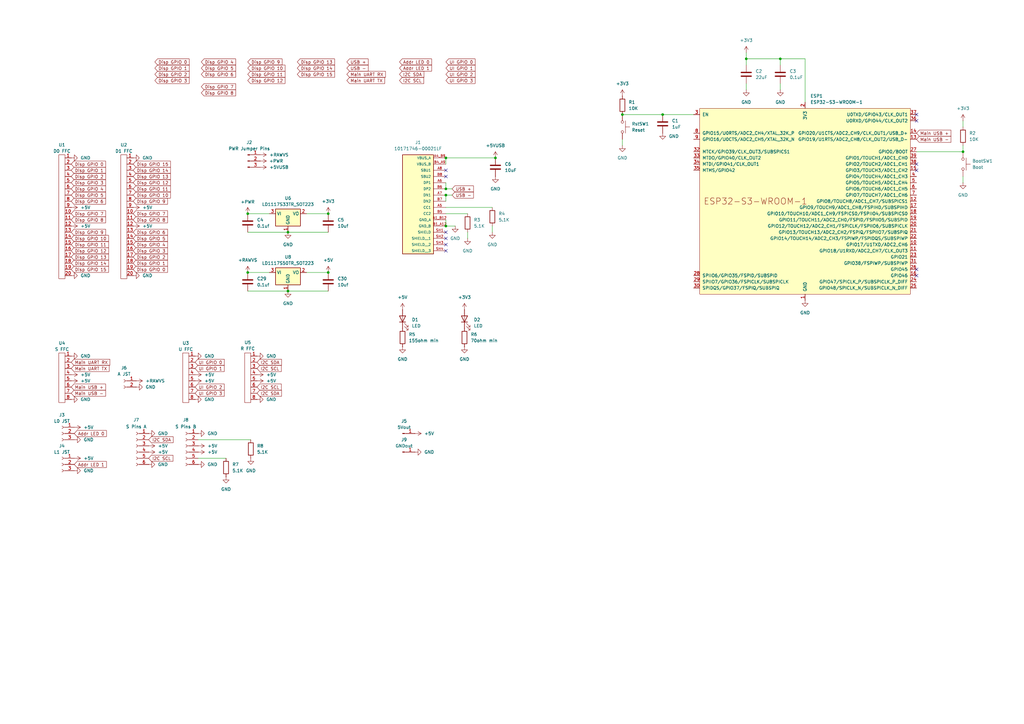
<source format=kicad_sch>
(kicad_sch (version 20231120) (generator "eeschema") (generator_version "8.0")
  (paper "A3")
  (lib_symbols
    (symbol "Connector:Conn_01x01_Pin" (pin_names (offset 1.016) hide)
      (property "Reference" "J" (at 0 2.54 0))
      (property "Value" "Conn_01x01_Pin" (at 0 -2.54 0))
      (symbol "Conn_01x01_Pin_1_1"
        (pin passive line (at 5.08 0 180) (length 3.81) (name "Pin_1") (number "1"))
      )
    )
    (symbol "Connector:Conn_01x02_Socket" (pin_names (offset 1.016) hide)
      (property "Reference" "J" (at 0 2.54 0))
      (property "Value" "Conn_01x02_Socket" (at 0 -5.08 0))
      (symbol "Conn_01x02_Socket_1_1"
        (pin passive line (at -5.08 0 0) (length 3.81) (name "Pin_1") (number "1"))
        (pin passive line (at -5.08 -2.54 0) (length 3.81) (name "Pin_2") (number "2"))
      )
    )
    (symbol "Connector:Conn_01x03_Pin" (pin_names (offset 1.016) hide)
      (property "Reference" "J" (at 0 5.08 0))
      (property "Value" "Conn_01x03_Pin" (at 0 -5.08 0))
      (symbol "Conn_01x03_Pin_1_1"
        (pin passive line (at 5.08 2.54 180) (length 3.81) (name "Pin_1") (number "1"))
        (pin passive line (at 5.08 0 180) (length 3.81) (name "Pin_2") (number "2"))
        (pin passive line (at 5.08 -2.54 180) (length 3.81) (name "Pin_3") (number "3"))
      )
    )
    (symbol "Connector:Conn_01x03_Socket" (pin_names (offset 1.016) hide)
      (property "Reference" "J" (at 0 5.08 0))
      (property "Value" "Conn_01x03_Socket" (at 0 -5.08 0))
      (symbol "Conn_01x03_Socket_1_1"
        (pin passive line (at -5.08 2.54 0) (length 3.81) (name "Pin_1") (number "1"))
        (pin passive line (at -5.08 0 0) (length 3.81) (name "Pin_2") (number "2"))
        (pin passive line (at -5.08 -2.54 0) (length 3.81) (name "Pin_3") (number "3"))
      )
    )
    (symbol "Connector:Conn_01x06_Socket" (pin_names (offset 1.016) hide)
      (property "Reference" "J" (at 0 7.62 0))
      (property "Value" "Conn_01x06_Socket" (at 0 -10.16 0))
      (symbol "Conn_01x06_Socket_1_1"
        (pin passive line (at -5.08 5.08 0) (length 3.81) (name "Pin_1") (number "1"))
        (pin passive line (at -5.08 2.54 0) (length 3.81) (name "Pin_2") (number "2"))
        (pin passive line (at -5.08 0 0) (length 3.81) (name "Pin_3") (number "3"))
        (pin passive line (at -5.08 -2.54 0) (length 3.81) (name "Pin_4") (number "4"))
        (pin passive line (at -5.08 -5.08 0) (length 3.81) (name "Pin_5") (number "5"))
        (pin passive line (at -5.08 -7.62 0) (length 3.81) (name "Pin_6") (number "6"))
      )
    )
    (symbol "Device:C" (pin_numbers hide) (pin_names (offset 0.254))
      (property "Reference" "C" (at 0.635 2.54 0))
      (property "Value" "C" (at 0.635 -2.54 0))
      (symbol "C_1_1"
        (pin passive line (at 0 3.81 270) (length 2.794) (name "~") (number "1"))
        (pin passive line (at 0 -3.81 90) (length 2.794) (name "~") (number "2"))
      )
    )
    (symbol "Device:LED" (pin_numbers hide) (pin_names (offset 1.016) hide)
      (property "Reference" "D" (at 0 2.54 0))
      (property "Value" "LED" (at 0 -2.54 0))
      (symbol "LED_1_1"
        (pin passive line (at -3.81 0 0) (length 2.54) (name "K") (number "1"))
        (pin passive line (at 3.81 0 180) (length 2.54) (name "A") (number "2"))
      )
    )
    (symbol "Device:R" (pin_numbers hide) (pin_names (offset 0))
      (property "Reference" "R" (at 2.032 0 90))
      (property "Value" "R" (at 0 0 90))
      (symbol "R_1_1"
        (pin passive line (at 0 3.81 270) (length 1.27) (name "~") (number "1"))
        (pin passive line (at 0 -3.81 90) (length 1.27) (name "~") (number "2"))
      )
    )
    (symbol "FFC:FFC-20"
      (property "Reference" "U" (at 0 26.924 0))
      (symbol "FFC-20_1_1"
        (pin input line (at 3.81 24.13 180) (length 2.54) (name "") (number "1"))
        (pin input line (at 3.81 1.27 180) (length 2.54) (name "") (number "10"))
        (pin input line (at 3.81 -1.27 180) (length 2.54) (name "") (number "11"))
        (pin input line (at 3.81 -3.81 180) (length 2.54) (name "") (number "12"))
        (pin input line (at 3.81 -6.35 180) (length 2.54) (name "") (number "13"))
        (pin input line (at 3.81 -8.89 180) (length 2.54) (name "") (number "14"))
        (pin input line (at 3.81 -11.43 180) (length 2.54) (name "") (number "15"))
        (pin input line (at 3.81 -13.97 180) (length 2.54) (name "") (number "16"))
        (pin input line (at 3.81 -16.51 180) (length 2.54) (name "") (number "17"))
        (pin input line (at 3.81 -19.05 180) (length 2.54) (name "") (number "18"))
        (pin input line (at 3.81 -21.59 180) (length 2.54) (name "") (number "19"))
        (pin input line (at 3.81 21.59 180) (length 2.54) (name "") (number "2"))
        (pin input line (at 3.81 -24.13 180) (length 2.54) (name "") (number "20"))
        (pin input line (at 3.81 19.05 180) (length 2.54) (name "") (number "3"))
        (pin input line (at 3.81 16.51 180) (length 2.54) (name "") (number "4"))
        (pin input line (at 3.81 13.97 180) (length 2.54) (name "") (number "5"))
        (pin input line (at 3.81 11.43 180) (length 2.54) (name "") (number "6"))
        (pin input line (at 3.81 8.89 180) (length 2.54) (name "") (number "7"))
        (pin input line (at 3.81 6.35 180) (length 2.54) (name "") (number "8"))
        (pin input line (at 3.81 3.81 180) (length 2.54) (name "") (number "9"))
      )
    )
    (symbol "FFC:FFC-8"
      (property "Reference" "U" (at 0 11.684 0))
      (symbol "FFC-8_1_1"
        (pin input line (at 3.81 8.89 180) (length 2.54) (name "") (number "1"))
        (pin input line (at 3.81 6.35 180) (length 2.54) (name "") (number "2"))
        (pin input line (at 3.81 3.81 180) (length 2.54) (name "") (number "3"))
        (pin input line (at 3.81 1.27 180) (length 2.54) (name "") (number "4"))
        (pin input line (at 3.81 -1.27 180) (length 2.54) (name "") (number "5"))
        (pin input line (at 3.81 -3.81 180) (length 2.54) (name "") (number "6"))
        (pin input line (at 3.81 -6.35 180) (length 2.54) (name "") (number "7"))
        (pin input line (at 3.81 -8.89 180) (length 2.54) (name "") (number "8"))
      )
    )
    (symbol "PCM_Espressif:ESP32-S3-WROOM-1" (pin_names (offset 1.016))
      (property "Reference" "U" (at -43.18 43.18 0))
      (property "Value" "ESP32-S3-WROOM-1" (at -43.18 40.64 0))
      (symbol "ESP32-S3-WROOM-1_0_0"
        (text "ESP32-S3-WROOM-1" (at -20.32 0 0) (effects (font (size 2.54 2.54))))
        (pin power_in line (at 0 -40.64 90) (length 2.54) (name "GND") (number "1"))
        (pin bidirectional line (at 45.72 -17.78 180) (length 2.54) (name "GPIO17/U1TXD/ADC2_CH6") (number "10"))
        (pin bidirectional line (at 45.72 -20.32 180) (length 2.54) (name "GPIO18/U1RXD/ADC2_CH7/CLK_OUT3") (number "11"))
        (pin bidirectional line (at 45.72 0 180) (length 2.54) (name "GPIO8/TOUCH8/ADC1_CH7/SUBSPICS1") (number "12"))
        (pin bidirectional line (at 45.72 25.4 180) (length 2.54) (name "GPIO19/U1RTS/ADC2_CH8/CLK_OUT2/USB_D-") (number "13"))
        (pin bidirectional line (at 45.72 27.94 180) (length 2.54) (name "GPIO20/U1CTS/ADC2_CH9/CLK_OUT1/USB_D+") (number "14"))
        (pin bidirectional line (at 45.72 12.7 180) (length 2.54) (name "GPIO3/TOUCH3/ADC1_CH2") (number "15"))
        (pin bidirectional line (at 45.72 -30.48 180) (length 2.54) (name "GPIO46") (number "16"))
        (pin bidirectional line (at 45.72 -2.54 180) (length 2.54) (name "GPIO9/TOUCH9/ADC1_CH8/FSPIHD/SUBSPIHD") (number "17"))
        (pin bidirectional line (at 45.72 -5.08 180) (length 2.54) (name "GPIO10/TOUCH10/ADC1_CH9/FSPICS0/FSPIIO4/SUBSPICS0") (number "18"))
        (pin bidirectional line (at 45.72 -7.62 180) (length 2.54) (name "GPIO11/TOUCH11/ADC2_CH0/FSPID/FSPIIO5/SUBSPID") (number "19"))
        (pin power_in line (at 0 40.64 270) (length 2.54) (name "3V3") (number "2"))
        (pin bidirectional line (at 45.72 -10.16 180) (length 2.54) (name "GPIO12/TOUCH12/ADC2_CH1/FSPICLK/FSPIIO6/SUBSPICLK") (number "20"))
        (pin bidirectional line (at 45.72 -12.7 180) (length 2.54) (name "GPIO13/TOUCH13/ADC2_CH2/FSPIQ/FSPIIO7/SUBSPIQ") (number "21"))
        (pin bidirectional line (at 45.72 -15.24 180) (length 2.54) (name "GPIO14/TOUCH14/ADC2_CH3/FSPIWP/FSPIDQS/SUBSPIWP") (number "22"))
        (pin bidirectional line (at 45.72 -22.86 180) (length 2.54) (name "GPIO21") (number "23"))
        (pin bidirectional line (at 45.72 -33.02 180) (length 2.54) (name "GPIO47/SPICLK_P/SUBSPICLK_P_DIFF") (number "24"))
        (pin bidirectional line (at 45.72 -35.56 180) (length 2.54) (name "GPIO48/SPICLK_N/SUBSPICLK_N_DIFF") (number "25"))
        (pin bidirectional line (at 45.72 -27.94 180) (length 2.54) (name "GPIO45") (number "26"))
        (pin bidirectional line (at 45.72 20.32 180) (length 2.54) (name "GPIO0/BOOT") (number "27"))
        (pin bidirectional line (at -45.72 -30.48 0) (length 2.54) (name "SPIIO6/GPIO35/FSPID/SUBSPID") (number "28"))
        (pin bidirectional line (at -45.72 -33.02 0) (length 2.54) (name "SPIIO7/GPIO36/FSPICLK/SUBSPICLK") (number "29"))
        (pin input line (at -45.72 35.56 0) (length 2.54) (name "EN") (number "3"))
        (pin bidirectional line (at -45.72 -35.56 0) (length 2.54) (name "SPIDQS/GPIO37/FSPIQ/SUBSPIQ") (number "30"))
        (pin bidirectional line (at 45.72 -25.4 180) (length 2.54) (name "GPIO38/FSPIWP/SUBSPIWP") (number "31"))
        (pin bidirectional line (at -45.72 20.32 0) (length 2.54) (name "MTCK/GPIO39/CLK_OUT3/SUBSPICS1") (number "32"))
        (pin bidirectional line (at -45.72 17.78 0) (length 2.54) (name "MTDO/GPIO40/CLK_OUT2") (number "33"))
        (pin bidirectional line (at -45.72 15.24 0) (length 2.54) (name "MTDI/GPIO41/CLK_OUT1") (number "34"))
        (pin bidirectional line (at -45.72 12.7 0) (length 2.54) (name "MTMS/GPIO42") (number "35"))
        (pin bidirectional line (at 45.72 33.02 180) (length 2.54) (name "U0RXD/GPIO44/CLK_OUT2") (number "36"))
        (pin bidirectional line (at 45.72 35.56 180) (length 2.54) (name "U0TXD/GPIO43/CLK_OUT1") (number "37"))
        (pin bidirectional line (at 45.72 15.24 180) (length 2.54) (name "GPIO2/TOUCH2/ADC1_CH1") (number "38"))
        (pin bidirectional line (at 45.72 17.78 180) (length 2.54) (name "GPIO1/TOUCH1/ADC1_CH0") (number "39"))
        (pin bidirectional line (at 45.72 10.16 180) (length 2.54) (name "GPIO4/TOUCH4/ADC1_CH3") (number "4"))
        (pin passive line (at 0 -40.64 90) (length 2.54) hide (name "GND") (number "40"))
        (pin passive line (at 0 -40.64 90) (length 2.54) hide (name "GND") (number "41"))
        (pin bidirectional line (at 45.72 7.62 180) (length 2.54) (name "GPIO5/TOUCH5/ADC1_CH4") (number "5"))
        (pin bidirectional line (at 45.72 5.08 180) (length 2.54) (name "GPIO6/TOUCH6/ADC1_CH5") (number "6"))
        (pin bidirectional line (at 45.72 2.54 180) (length 2.54) (name "GPIO7/TOUCH7/ADC1_CH6") (number "7"))
        (pin bidirectional line (at -45.72 27.94 0) (length 2.54) (name "GPIO15/U0RTS/ADC2_CH4/XTAL_32K_P") (number "8"))
        (pin bidirectional line (at -45.72 25.4 0) (length 2.54) (name "GPIO16/U0CTS/ADC2_CH5/XTAL_32K_N") (number "9"))
      )
    )
    (symbol "Regulator_Linear:LD1117S33TR_SOT223"
      (property "Reference" "U" (at -3.81 3.175 0))
      (property "Value" "LD1117S33TR_SOT223" (at 0 3.175 0))
      (symbol "LD1117S33TR_SOT223_1_1"
        (pin power_in line (at 0 -7.62 90) (length 2.54) (name "GND") (number "1"))
        (pin power_out line (at 7.62 0 180) (length 2.54) (name "VO") (number "2"))
        (pin power_in line (at -7.62 0 0) (length 2.54) (name "VI") (number "3"))
      )
    )
    (symbol "Regulator_Linear:LD1117S50TR_SOT223"
      (property "Reference" "U" (at -3.81 3.175 0))
      (property "Value" "LD1117S50TR_SOT223" (at 0 3.175 0))
      (symbol "LD1117S50TR_SOT223_1_1"
        (pin power_in line (at 0 -7.62 90) (length 2.54) (name "GND") (number "1"))
        (pin power_out line (at 7.62 0 180) (length 2.54) (name "VO") (number "2"))
        (pin power_in line (at -7.62 0 0) (length 2.54) (name "VI") (number "3"))
      )
    )
    (symbol "Switch:SW_Push" (pin_numbers hide) (pin_names (offset 1.016) hide)
      (property "Reference" "SW" (at 1.27 2.54 0))
      (property "Value" "SW_Push" (at 0 -1.524 0))
      (symbol "SW_Push_0_1"
        (pin passive line (at -5.08 0 0) (length 2.54) (name "1") (number "1"))
        (pin passive line (at 5.08 0 180) (length 2.54) (name "2") (number "2"))
      )
    )
    (symbol "USBC_10171746_00021LF:10171746-00021LF" (pin_names (offset 1.016))
      (property "Reference" "J2" (at 0 17.78 0))
      (property "Value" "10171746-00021LF" (at 0 15.24 0))
      (symbol "10171746-00021LF_0_0"
        (pin power_in line (at 11.43 -13.97 180) (length 5.08) (name "GND_A") (number "A1_B12"))
        (pin power_in line (at 11.43 11.43 180) (length 5.08) (name "VBUS_A") (number "A4_B9"))
        (pin bidirectional line (at 11.43 -8.89 180) (length 5.08) (name "CC1") (number "A5"))
        (pin bidirectional line (at 11.43 1.27 180) (length 5.08) (name "DP1") (number "A6"))
        (pin bidirectional line (at 11.43 -3.81 180) (length 5.08) (name "DN1") (number "A7"))
        (pin bidirectional line (at 11.43 6.35 180) (length 5.08) (name "SBU1") (number "A8"))
        (pin power_in line (at 11.43 -16.51 180) (length 5.08) (name "GND_B") (number "B1_A12"))
        (pin power_in line (at 11.43 8.89 180) (length 5.08) (name "VBUS_B") (number "B4_A9"))
        (pin bidirectional line (at 11.43 -11.43 180) (length 5.08) (name "CC2") (number "B5"))
        (pin bidirectional line (at 11.43 -1.27 180) (length 5.08) (name "DP2") (number "B6"))
        (pin bidirectional line (at 11.43 -6.35 180) (length 5.08) (name "DN2") (number "B7"))
        (pin bidirectional line (at 11.43 3.81 180) (length 5.08) (name "SBU2") (number "B8"))
        (pin passive line (at 11.43 -19.05 180) (length 5.08) (name "SHIELD") (number "SH1"))
        (pin passive line (at 11.43 -21.59 180) (length 5.08) (name "SHIELD__1") (number "SH2"))
        (pin passive line (at 11.43 -24.13 180) (length 5.08) (name "SHIELD__2") (number "SH3"))
        (pin passive line (at 11.43 -26.67 180) (length 5.08) (name "SHIELD__3") (number "SH4"))
      )
    )
    (symbol "power:+3V3" (power) (pin_numbers hide) (pin_names (offset 0) hide)
      (property "Value" "+3V3" (at 0 3.556 0))
      (symbol "+3V3_1_1"
        (pin power_in line (at 0 0 90) (length 0) (name "~") (number "1"))
      )
    )
    (symbol "power:+5V" (power) (pin_numbers hide) (pin_names (offset 0) hide)
      (property "Value" "+5V" (at 0 3.556 0))
      (symbol "+5V_1_1"
        (pin power_in line (at 0 0 90) (length 0) (name "~") (number "1"))
      )
    )
    (symbol "power:+5VP" (power) (pin_numbers hide) (pin_names (offset 0) hide)
      (property "Value" "+5VP" (at 0 3.556 0))
      (symbol "+5VP_1_1"
        (pin power_in line (at 0 0 90) (length 0) (name "~") (number "1"))
      )
    )
    (symbol "power:GND" (power) (pin_numbers hide) (pin_names (offset 0) hide)
      (property "Value" "GND" (at 0 -3.81 0))
      (symbol "GND_1_1"
        (pin power_in line (at 0 0 270) (length 0) (name "~") (number "1"))
      )
    )
  )
  (junction (at 134.62 87.63))
  (junction (at 271.78 46.99))
  (junction (at 134.62 111.76))
  (junction (at 306.07 24.13))
  (junction (at 182.88 80.01))
  (junction (at 182.88 77.47))
  (junction (at 394.97 62.23))
  (junction (at 182.88 92.71))
  (junction (at 182.88 64.77))
  (junction (at 101.6 87.63))
  (junction (at 118.11 95.25))
  (junction (at 203.2 64.77))
  (junction (at 320.04 24.13))
  (junction (at 118.11 119.38))
  (junction (at 101.6 111.76))
  (junction (at 255.27 46.99))
  (no_connect (at 182.88 69.85))
  (no_connect (at 375.92 46.99))
  (no_connect (at 182.88 72.39))
  (no_connect (at 375.92 69.85))
  (no_connect (at 182.88 100.33))
  (no_connect (at 375.92 67.31))
  (no_connect (at 375.92 110.49))
  (no_connect (at 182.88 97.79))
  (no_connect (at 375.92 49.53))
  (no_connect (at 182.88 102.87))
  (no_connect (at 375.92 113.03))
  (no_connect (at 182.88 95.25))
  (wire (pts (xy 306.07 21.59) (xy 306.07 24.13)))
  (wire (pts (xy 201.93 92.71) (xy 201.93 95.25)))
  (wire (pts (xy 81.28 187.96) (xy 92.71 187.96)))
  (wire (pts (xy 182.88 74.93) (xy 182.88 77.47)))
  (wire (pts (xy 186.69 92.71) (xy 182.88 92.71)))
  (wire (pts (xy 182.88 64.77) (xy 203.2 64.77)))
  (wire (pts (xy 320.04 34.29) (xy 320.04 36.83)))
  (wire (pts (xy 394.97 49.53) (xy 394.97 52.07)))
  (wire (pts (xy 375.92 62.23) (xy 394.97 62.23)))
  (wire (pts (xy 255.27 59.69) (xy 255.27 57.15)))
  (wire (pts (xy 394.97 59.69) (xy 394.97 62.23)))
  (wire (pts (xy 182.88 92.71) (xy 182.88 90.17)))
  (wire (pts (xy 125.73 111.76) (xy 134.62 111.76)))
  (wire (pts (xy 306.07 24.13) (xy 306.07 26.67)))
  (wire (pts (xy 118.11 95.25) (xy 134.62 95.25)))
  (wire (pts (xy 306.07 24.13) (xy 320.04 24.13)))
  (wire (pts (xy 330.2 24.13) (xy 330.2 41.91)))
  (wire (pts (xy 185.42 80.01) (xy 182.88 80.01)))
  (wire (pts (xy 182.88 87.63) (xy 191.77 87.63)))
  (wire (pts (xy 118.11 119.38) (xy 134.62 119.38)))
  (wire (pts (xy 101.6 87.63) (xy 110.49 87.63)))
  (wire (pts (xy 271.78 46.99) (xy 284.48 46.99)))
  (wire (pts (xy 101.6 95.25) (xy 118.11 95.25)))
  (wire (pts (xy 101.6 119.38) (xy 118.11 119.38)))
  (wire (pts (xy 182.88 85.09) (xy 201.93 85.09)))
  (wire (pts (xy 255.27 46.99) (xy 271.78 46.99)))
  (wire (pts (xy 394.97 74.93) (xy 394.97 72.39)))
  (wire (pts (xy 185.42 77.47) (xy 182.88 77.47)))
  (wire (pts (xy 182.88 67.31) (xy 182.88 64.77)))
  (wire (pts (xy 320.04 24.13) (xy 330.2 24.13)))
  (wire (pts (xy 306.07 34.29) (xy 306.07 36.83)))
  (wire (pts (xy 101.6 111.76) (xy 110.49 111.76)))
  (wire (pts (xy 320.04 24.13) (xy 320.04 26.67)))
  (wire (pts (xy 81.28 180.34) (xy 102.87 180.34)))
  (wire (pts (xy 191.77 95.25) (xy 191.77 97.79)))
  (wire (pts (xy 125.73 87.63) (xy 134.62 87.63)))
  (wire (pts (xy 182.88 80.01) (xy 182.88 82.55)))
  (global_label "Disp GPIO 6" (shape input) (at 29.21 82.55 0) (property "Intersheetrefs" "${INTERSHEET_REFS}" (effects (hide yes))))
  (global_label "Disp GPIO 6" (shape input) (at 54.61 95.25 0) (property "Intersheetrefs" "${INTERSHEET_REFS}" (effects (hide yes))))
  (global_label "Disp GPIO 10" (shape input) (at 29.21 97.79 0) (property "Intersheetrefs" "${INTERSHEET_REFS}" (effects (hide yes))))
  (global_label "Addr LED 1" (shape input) (at 163.83 27.94 0) (property "Intersheetrefs" "${INTERSHEET_REFS}" (effects (hide yes))))
  (global_label "Disp GPIO 5" (shape input) (at 54.61 97.79 0) (property "Intersheetrefs" "${INTERSHEET_REFS}" (effects (hide yes))))
  (global_label "Disp GPIO 3" (shape input) (at 29.21 74.93 0) (property "Intersheetrefs" "${INTERSHEET_REFS}" (effects (hide yes))))
  (global_label "Disp GPIO 0" (shape input) (at 29.21 67.31 0) (property "Intersheetrefs" "${INTERSHEET_REFS}" (effects (hide yes))))
  (global_label "Disp GPIO 9" (shape input) (at 29.21 95.25 0) (property "Intersheetrefs" "${INTERSHEET_REFS}" (effects (hide yes))))
  (global_label "Disp GPIO 0" (shape input) (at 63.5 25.4 0) (property "Intersheetrefs" "${INTERSHEET_REFS}" (effects (hide yes))))
  (global_label "UI GPIO 3" (shape input) (at 182.88 33.02 0) (property "Intersheetrefs" "${INTERSHEET_REFS}" (effects (hide yes))))
  (global_label "Addr LED 0" (shape input) (at 30.48 177.8 0) (property "Intersheetrefs" "${INTERSHEET_REFS}" (effects (hide yes))))
  (global_label "Disp GPIO 12" (shape input) (at 29.21 102.87 0) (property "Intersheetrefs" "${INTERSHEET_REFS}" (effects (hide yes))))
  (global_label "Disp GPIO 1" (shape input) (at 29.21 69.85 0) (property "Intersheetrefs" "${INTERSHEET_REFS}" (effects (hide yes))))
  (global_label "Disp GPIO 3" (shape input) (at 54.61 102.87 0) (property "Intersheetrefs" "${INTERSHEET_REFS}" (effects (hide yes))))
  (global_label "Disp GPIO 15" (shape input) (at 29.21 110.49 0) (property "Intersheetrefs" "${INTERSHEET_REFS}" (effects (hide yes))))
  (global_label "Disp GPIO 10" (shape input) (at 54.61 80.01 0) (property "Intersheetrefs" "${INTERSHEET_REFS}" (effects (hide yes))))
  (global_label "Disp GPIO 12" (shape input) (at 54.61 74.93 0) (property "Intersheetrefs" "${INTERSHEET_REFS}" (effects (hide yes))))
  (global_label "Disp GPIO 7" (shape input) (at 82.55 35.56 0) (property "Intersheetrefs" "${INTERSHEET_REFS}" (effects (hide yes))))
  (global_label "Disp GPIO 1" (shape input) (at 54.61 107.95 0) (property "Intersheetrefs" "${INTERSHEET_REFS}" (effects (hide yes))))
  (global_label "USB -" (shape input) (at 142.24 27.94 0) (property "Intersheetrefs" "${INTERSHEET_REFS}" (effects (hide yes))))
  (global_label "Main USB -" (shape input) (at 29.21 161.29 0) (property "Intersheetrefs" "${INTERSHEET_REFS}" (effects (hide yes))))
  (global_label "Disp GPIO 4" (shape input) (at 82.55 25.4 0) (property "Intersheetrefs" "${INTERSHEET_REFS}" (effects (hide yes))))
  (global_label "Disp GPIO 5" (shape input) (at 29.21 80.01 0) (property "Intersheetrefs" "${INTERSHEET_REFS}" (effects (hide yes))))
  (global_label "UI GPIO 0" (shape input) (at 182.88 25.4 0) (property "Intersheetrefs" "${INTERSHEET_REFS}" (effects (hide yes))))
  (global_label "Disp GPIO 11" (shape input) (at 29.21 100.33 0) (property "Intersheetrefs" "${INTERSHEET_REFS}" (effects (hide yes))))
  (global_label "I2C SDA" (shape input) (at 60.96 180.34 0) (property "Intersheetrefs" "${INTERSHEET_REFS}" (effects (hide yes))))
  (global_label "I2C SCL" (shape input) (at 60.96 187.96 0) (property "Intersheetrefs" "${INTERSHEET_REFS}" (effects (hide yes))))
  (global_label "UI GPIO 2" (shape input) (at 80.01 158.75 0) (property "Intersheetrefs" "${INTERSHEET_REFS}" (effects (hide yes))))
  (global_label "Disp GPIO 2" (shape input) (at 63.5 30.48 0) (property "Intersheetrefs" "${INTERSHEET_REFS}" (effects (hide yes))))
  (global_label "USB +" (shape input) (at 185.42 77.47 0) (property "Intersheetrefs" "${INTERSHEET_REFS}" (effects (hide yes))))
  (global_label "Disp GPIO 9" (shape input) (at 54.61 82.55 0) (property "Intersheetrefs" "${INTERSHEET_REFS}" (effects (hide yes))))
  (global_label "Disp GPIO 6" (shape input) (at 82.55 30.48 0) (property "Intersheetrefs" "${INTERSHEET_REFS}" (effects (hide yes))))
  (global_label "Disp GPIO 9" (shape input) (at 101.6 25.4 0) (property "Intersheetrefs" "${INTERSHEET_REFS}" (effects (hide yes))))
  (global_label "I2C SDA" (shape input) (at 105.41 161.29 0) (property "Intersheetrefs" "${INTERSHEET_REFS}" (effects (hide yes))))
  (global_label "Disp GPIO 2" (shape input) (at 29.21 72.39 0) (property "Intersheetrefs" "${INTERSHEET_REFS}" (effects (hide yes))))
  (global_label "Disp GPIO 14" (shape input) (at 54.61 69.85 0) (property "Intersheetrefs" "${INTERSHEET_REFS}" (effects (hide yes))))
  (global_label "UI GPIO 0" (shape input) (at 80.01 148.59 0) (property "Intersheetrefs" "${INTERSHEET_REFS}" (effects (hide yes))))
  (global_label "Disp GPIO 3" (shape input) (at 63.5 33.02 0) (property "Intersheetrefs" "${INTERSHEET_REFS}" (effects (hide yes))))
  (global_label "I2C SDA" (shape input) (at 163.83 30.48 0) (property "Intersheetrefs" "${INTERSHEET_REFS}" (effects (hide yes))))
  (global_label "Addr LED 1" (shape input) (at 30.48 190.5 0) (property "Intersheetrefs" "${INTERSHEET_REFS}" (effects (hide yes))))
  (global_label "Main USB +" (shape input) (at 375.92 54.61 0) (property "Intersheetrefs" "${INTERSHEET_REFS}" (effects (hide yes))))
  (global_label "Main UART RX" (shape input) (at 29.21 148.59 0) (property "Intersheetrefs" "${INTERSHEET_REFS}" (effects (hide yes))))
  (global_label "Disp GPIO 4" (shape input) (at 29.21 77.47 0) (property "Intersheetrefs" "${INTERSHEET_REFS}" (effects (hide yes))))
  (global_label "I2C SDA" (shape input) (at 105.41 148.59 0) (property "Intersheetrefs" "${INTERSHEET_REFS}" (effects (hide yes))))
  (global_label "Main UART TX" (shape input) (at 29.21 151.13 0) (property "Intersheetrefs" "${INTERSHEET_REFS}" (effects (hide yes))))
  (global_label "Disp GPIO 10" (shape input) (at 101.6 27.94 0) (property "Intersheetrefs" "${INTERSHEET_REFS}" (effects (hide yes))))
  (global_label "I2C SCL" (shape input) (at 163.83 33.02 0) (property "Intersheetrefs" "${INTERSHEET_REFS}" (effects (hide yes))))
  (global_label "Disp GPIO 1" (shape input) (at 63.5 27.94 0) (property "Intersheetrefs" "${INTERSHEET_REFS}" (effects (hide yes))))
  (global_label "UI GPIO 3" (shape input) (at 80.01 161.29 0) (property "Intersheetrefs" "${INTERSHEET_REFS}" (effects (hide yes))))
  (global_label "Disp GPIO 2" (shape input) (at 54.61 105.41 0) (property "Intersheetrefs" "${INTERSHEET_REFS}" (effects (hide yes))))
  (global_label "UI GPIO 1" (shape input) (at 182.88 27.94 0) (property "Intersheetrefs" "${INTERSHEET_REFS}" (effects (hide yes))))
  (global_label "Disp GPIO 15" (shape input) (at 121.92 30.48 0) (property "Intersheetrefs" "${INTERSHEET_REFS}" (effects (hide yes))))
  (global_label "I2C SCL" (shape input) (at 105.41 151.13 0) (property "Intersheetrefs" "${INTERSHEET_REFS}" (effects (hide yes))))
  (global_label "Main UART RX" (shape input) (at 142.24 30.48 0) (property "Intersheetrefs" "${INTERSHEET_REFS}" (effects (hide yes))))
  (global_label "UI GPIO 1" (shape input) (at 80.01 151.13 0) (property "Intersheetrefs" "${INTERSHEET_REFS}" (effects (hide yes))))
  (global_label "Disp GPIO 14" (shape input) (at 29.21 107.95 0) (property "Intersheetrefs" "${INTERSHEET_REFS}" (effects (hide yes))))
  (global_label "Disp GPIO 15" (shape input) (at 54.61 67.31 0) (property "Intersheetrefs" "${INTERSHEET_REFS}" (effects (hide yes))))
  (global_label "Disp GPIO 13" (shape input) (at 29.21 105.41 0) (property "Intersheetrefs" "${INTERSHEET_REFS}" (effects (hide yes))))
  (global_label "I2C SCL" (shape input) (at 105.41 158.75 0) (property "Intersheetrefs" "${INTERSHEET_REFS}" (effects (hide yes))))
  (global_label "Disp GPIO 13" (shape input) (at 54.61 72.39 0) (property "Intersheetrefs" "${INTERSHEET_REFS}" (effects (hide yes))))
  (global_label "USB -" (shape input) (at 185.42 80.01 0) (property "Intersheetrefs" "${INTERSHEET_REFS}" (effects (hide yes))))
  (global_label "Main USB +" (shape input) (at 29.21 158.75 0) (property "Intersheetrefs" "${INTERSHEET_REFS}" (effects (hide yes))))
  (global_label "Disp GPIO 0" (shape input) (at 54.61 110.49 0) (property "Intersheetrefs" "${INTERSHEET_REFS}" (effects (hide yes))))
  (global_label "Disp GPIO 8" (shape input) (at 82.55 38.1 0) (property "Intersheetrefs" "${INTERSHEET_REFS}" (effects (hide yes))))
  (global_label "Addr LED 0" (shape input) (at 163.83 25.4 0) (property "Intersheetrefs" "${INTERSHEET_REFS}" (effects (hide yes))))
  (global_label "Disp GPIO 14" (shape input) (at 121.92 27.94 0) (property "Intersheetrefs" "${INTERSHEET_REFS}" (effects (hide yes))))
  (global_label "Disp GPIO 13" (shape input) (at 121.92 25.4 0) (property "Intersheetrefs" "${INTERSHEET_REFS}" (effects (hide yes))))
  (global_label "Disp GPIO 11" (shape input) (at 101.6 30.48 0) (property "Intersheetrefs" "${INTERSHEET_REFS}" (effects (hide yes))))
  (global_label "Disp GPIO 11" (shape input) (at 54.61 77.47 0) (property "Intersheetrefs" "${INTERSHEET_REFS}" (effects (hide yes))))
  (global_label "USB +" (shape input) (at 142.24 25.4 0) (property "Intersheetrefs" "${INTERSHEET_REFS}" (effects (hide yes))))
  (global_label "UI GPIO 2" (shape input) (at 182.88 30.48 0) (property "Intersheetrefs" "${INTERSHEET_REFS}" (effects (hide yes))))
  (global_label "Disp GPIO 8" (shape input) (at 29.21 90.17 0) (property "Intersheetrefs" "${INTERSHEET_REFS}" (effects (hide yes))))
  (global_label "Disp GPIO 7" (shape input) (at 29.21 87.63 0) (property "Intersheetrefs" "${INTERSHEET_REFS}" (effects (hide yes))))
  (global_label "Disp GPIO 4" (shape input) (at 54.61 100.33 0) (property "Intersheetrefs" "${INTERSHEET_REFS}" (effects (hide yes))))
  (global_label "Main USB -" (shape input) (at 375.92 57.15 0) (property "Intersheetrefs" "${INTERSHEET_REFS}" (effects (hide yes))))
  (global_label "Disp GPIO 12" (shape input) (at 101.6 33.02 0) (property "Intersheetrefs" "${INTERSHEET_REFS}" (effects (hide yes))))
  (global_label "Disp GPIO 5" (shape input) (at 82.55 27.94 0) (property "Intersheetrefs" "${INTERSHEET_REFS}" (effects (hide yes))))
  (global_label "Disp GPIO 8" (shape input) (at 54.61 90.17 0) (property "Intersheetrefs" "${INTERSHEET_REFS}" (effects (hide yes))))
  (global_label "Disp GPIO 7" (shape input) (at 54.61 87.63 0) (property "Intersheetrefs" "${INTERSHEET_REFS}" (effects (hide yes))))
  (global_label "Main UART TX" (shape input) (at 142.24 33.02 0) (property "Intersheetrefs" "${INTERSHEET_REFS}" (effects (hide yes))))
  (symbol (lib_id "power:+5V") (at 60.96 185.42 270) (unit 1)
    (property "Reference" "#PWR073" (effects (hide yes)))
    (property "Value" "+5V" (at 64.77 185.4199 90) (effects (justify left)))
    (property "Description" "Power symbol creates a global label with name \"+5V\"" (effects (hide yes)))
  )
  (symbol (lib_id "power:+3V3") (at 306.07 21.59 0) (unit 1)
    (property "Reference" "#PWR011" (effects (hide yes)))
    (property "Value" "+3V3" (at 306.07 16.51 0))
    (property "Description" "Power symbol creates a global label with name \"+3V3\"" (effects (hide yes)))
  )
  (symbol (lib_id "power:GND") (at 92.71 195.58 0) (unit 1)
    (property "Reference" "#PWR049" (effects (hide yes)))
    (property "Value" "GND" (at 92.71 200.66 0))
    (property "Description" "Power symbol creates a global label with name \"GND\" , ground" (effects (hide yes)))
  )
  (symbol (lib_id "FFC:FFC-20") (at 50.8 88.9 0) (unit 1)
    (property "Reference" "U2" (at 50.8 59.436 0))
    (property "Value" "D1 FFC" (at 50.8 61.976 0))
    (property "Footprint" "FFC:FFC-20-0.5" (effects (hide yes)))
  )
  (symbol (lib_id "Connector:Conn_01x03_Pin") (at 101.6 66.04 0) (unit 1)
    (property "Reference" "J2" (at 102.235 58.42 0))
    (property "Value" "PWR Jumper Pins" (at 102.235 60.96 0))
    (property "Footprint" "Connector_PinHeader_2.54mm:PinHeader_1x03_P2.54mm_Horizontal" (effects (hide yes)))
    (property "Description" "Generic connector, single row, 01x03, script generated" (effects (hide yes)))
  )
  (symbol (lib_id "USBC_10171746_00021LF:10171746-00021LF") (at 171.45 76.2 0) (unit 1)
    (property "Reference" "J1" (at 171.45 58.42 0))
    (property "Value" "10171746-00021LF" (at 171.45 60.96 0))
    (property "Footprint" "USBC:AMPHENOL_10171746-00021LF" (effects (hide yes)))
    (property "PARTREV" "A" (effects (hide yes)))
    (property "STANDARD" "Manufacturer Recommendations" (effects (hide yes)))
    (property "MAXIMUM_PACKAGE_HEIGHT" "3.16 mm" (effects (hide yes)))
    (property "MANUFACTURER" "Amphenol" (effects (hide yes)))
  )
  (symbol (lib_id "power:+5VP") (at 101.6 111.76 0) (unit 1)
    (property "Reference" "#PWR068" (effects (hide yes)))
    (property "Value" "+RAWVS" (at 101.6 106.68 0))
    (property "Description" "Power symbol creates a global label with name \"+5VP\"" (effects (hide yes)))
  )
  (symbol (lib_id "power:+5V") (at 81.28 185.42 270) (unit 1)
    (property "Reference" "#PWR077" (effects (hide yes)))
    (property "Value" "+5V" (at 85.09 185.4199 90) (effects (justify left)))
    (property "Description" "Power symbol creates a global label with name \"+5V\"" (effects (hide yes)))
  )
  (symbol (lib_id "FFC:FFC-20") (at 25.4 88.9 0) (unit 1)
    (property "Reference" "U1" (at 25.4 59.436 0))
    (property "Value" "D0 FFC" (at 25.4 61.976 0))
    (property "Footprint" "FFC:FFC-20-0.5" (effects (hide yes)))
  )
  (symbol (lib_id "power:+5VP") (at 106.68 66.04 270) (unit 1)
    (property "Reference" "#PWR039" (effects (hide yes)))
    (property "Value" "+PWR" (at 113.284 66.04 90))
    (property "Description" "Power symbol creates a global label with name \"+5VP\"" (effects (hide yes)))
  )
  (symbol (lib_id "power:GND") (at 30.48 180.34 90) (unit 1)
    (property "Reference" "#PWR041" (effects (hide yes)))
    (property "Value" "GND" (at 34.29 180.3399 90) (effects (justify right)))
    (property "Description" "Power symbol creates a global label with name \"GND\" , ground" (effects (hide yes)))
  )
  (symbol (lib_id "power:+5V") (at 203.2 64.77 0) (unit 1)
    (property "Reference" "#PWR036" (effects (hide yes)))
    (property "Value" "+5VUSB" (at 203.2 59.69 0))
    (property "Description" "Power symbol creates a global label with name \"+5V\"" (effects (hide yes)))
  )
  (symbol (lib_id "Device:R") (at 394.97 55.88 0) (unit 1)
    (property "Reference" "R2" (at 397.51 54.6099 0) (effects (justify left)))
    (property "Value" "10K" (at 397.51 57.1499 0) (effects (justify left)))
    (property "Footprint" "Resistor_SMD:R_0603_1608Metric" (effects (hide yes)))
    (property "Description" "Resistor" (effects (hide yes)))
  )
  (symbol (lib_id "Connector:Conn_01x06_Socket") (at 76.2 182.88 0) (mirror y) (unit 1)
    (property "Reference" "J8" (at 76.2 172.212 0))
    (property "Value" "S Pins B" (at 76.2 175.006 0))
    (property "Footprint" "Connector_PinSocket_2.54mm:PinSocket_1x06_P2.54mm_Vertical" (effects (hide yes)))
    (property "Description" "Generic connector, single row, 01x06, script generated" (effects (hide yes)))
  )
  (symbol (lib_id "power:+5V") (at 105.41 153.67 270) (unit 1)
    (property "Reference" "#PWR026" (effects (hide yes)))
    (property "Value" "+5V" (at 109.22 153.6699 90) (effects (justify left)))
    (property "Description" "Power symbol creates a global label with name \"+5V\"" (effects (hide yes)))
  )
  (symbol (lib_id "power:+5V") (at 80.01 153.67 270) (unit 1)
    (property "Reference" "#PWR018" (effects (hide yes)))
    (property "Value" "+5V" (at 83.82 153.6699 90) (effects (justify left)))
    (property "Description" "Power symbol creates a global label with name \"+5V\"" (effects (hide yes)))
  )
  (symbol (lib_id "power:GND") (at 191.77 97.79 0) (unit 1)
    (property "Reference" "#PWR033" (effects (hide yes)))
    (property "Value" "GND" (at 191.77 102.87 0))
    (property "Description" "Power symbol creates a global label with name \"GND\" , ground" (effects (hide yes)))
  )
  (symbol (lib_id "Device:C") (at 320.04 30.48 0) (unit 1)
    (property "Reference" "C3" (at 323.85 29.2099 0) (effects (justify left)))
    (property "Value" "0.1uF" (at 323.85 31.7499 0) (effects (justify left)))
    (property "Footprint" "Capacitor_SMD:C_0603_1608Metric_Pad1.08x0.95mm_HandSolder" (effects (hide yes)))
    (property "Description" "Unpolarized capacitor" (effects (hide yes)))
  )
  (symbol (lib_id "power:GND") (at 80.01 163.83 90) (unit 1)
    (property "Reference" "#PWR020" (effects (hide yes)))
    (property "Value" "GND" (at 83.82 163.8299 90) (effects (justify right)))
    (property "Description" "Power symbol creates a global label with name \"GND\" , ground" (effects (hide yes)))
  )
  (symbol (lib_id "power:+3V3") (at 190.5 127 0) (unit 1)
    (property "Reference" "#PWR046" (effects (hide yes)))
    (property "Value" "+3V3" (at 190.5 121.92 0))
    (property "Description" "Power symbol creates a global label with name \"+3V3\"" (effects (hide yes)))
  )
  (symbol (lib_id "power:GND") (at 81.28 190.5 90) (unit 1)
    (property "Reference" "#PWR078" (effects (hide yes)))
    (property "Value" "GND" (at 85.09 190.4999 90) (effects (justify right)))
    (property "Description" "Power symbol creates a global label with name \"GND\" , ground" (effects (hide yes)))
  )
  (symbol (lib_id "Connector:Conn_01x01_Pin") (at 165.1 177.8 0) (unit 1)
    (property "Reference" "J5" (at 165.735 172.72 0))
    (property "Value" "5Vout" (at 165.735 175.26 0))
    (property "Footprint" "TestPoint:TestPoint_Pad_D4.0mm" (effects (hide yes)))
    (property "Description" "Generic connector, single row, 01x01, script generated" (effects (hide yes)))
  )
  (symbol (lib_id "power:GND") (at 186.69 92.71 0) (unit 1)
    (property "Reference" "#PWR032" (effects (hide yes)))
    (property "Value" "GND" (at 186.69 97.79 0))
    (property "Description" "Power symbol creates a global label with name \"GND\" , ground" (effects (hide yes)))
  )
  (symbol (lib_id "PCM_Espressif:ESP32-S3-WROOM-1") (at 330.2 82.55 0) (unit 1)
    (property "Reference" "ESP1" (at 332.3941 39.37 0) (effects (justify left)))
    (property "Value" "ESP32-S3-WROOM-1" (at 332.3941 41.91 0) (effects (justify left)))
    (property "Footprint" "RF_Module:ESP32-S3-WROOM-1U" (effects (hide yes)))
    (property "Datasheet" "https://www.espressif.com/sites/default/files/documentation/esp32-s3-wroom-1_wroom-1u_datasheet_en.pdf" (effects (hide yes)))
    (property "Description" "2.4 GHz WiFi (802.11 b/g/n) and Bluetooth ® 5 (LE) module Built around ESP32S3 series of SoCs, Xtensa ® dualcore 32bit LX7 microprocessor Flash up to 16 MB, PSRAM up to 8 MB 36 GPIOs, rich set of peripherals Onboard PCB antenna" (effects (hide yes)))
  )
  (symbol (lib_id "power:+5V") (at 54.61 92.71 270) (unit 1)
    (property "Reference" "#PWR07" (effects (hide yes)))
    (property "Value" "+5V" (at 58.42 92.7099 90) (effects (justify left)))
    (property "Description" "Power symbol creates a global label with name \"+5V\"" (effects (hide yes)))
  )
  (symbol (lib_id "power:GND") (at 201.93 95.25 0) (unit 1)
    (property "Reference" "#PWR034" (effects (hide yes)))
    (property "Value" "GND" (at 201.93 100.33 0))
    (property "Description" "Power symbol creates a global label with name \"GND\" , ground" (effects (hide yes)))
  )
  (symbol (lib_id "power:GND") (at 306.07 36.83 0) (unit 1)
    (property "Reference" "#PWR012" (effects (hide yes)))
    (property "Value" "GND" (at 306.07 41.91 0))
    (property "Description" "Power symbol creates a global label with name \"GND\" , ground" (effects (hide yes)))
  )
  (symbol (lib_id "power:+5VP") (at 106.68 63.5 270) (unit 1)
    (property "Reference" "#PWR037" (effects (hide yes)))
    (property "Value" "+RAWVS" (at 110.49 63.4999 90) (effects (justify left)))
    (property "Description" "Power symbol creates a global label with name \"+5VP\"" (effects (hide yes)))
  )
  (symbol (lib_id "power:GND") (at 271.78 54.61 0) (unit 1)
    (property "Reference" "#PWR09" (effects (hide yes)))
    (property "Value" "GND" (at 274.32 55.8799 0) (effects (justify left)))
    (property "Description" "Power symbol creates a global label with name \"GND\" , ground" (effects (hide yes)))
  )
  (symbol (lib_id "power:GND") (at 105.41 163.83 90) (unit 1)
    (property "Reference" "#PWR028" (effects (hide yes)))
    (property "Value" "GND" (at 109.22 163.8299 90) (effects (justify right)))
    (property "Description" "Power symbol creates a global label with name \"GND\" , ground" (effects (hide yes)))
  )
  (symbol (lib_id "power:GND") (at 190.5 142.24 0) (unit 1)
    (property "Reference" "#PWR045" (effects (hide yes)))
    (property "Value" "GND" (at 190.5 147.32 0))
    (property "Description" "Power symbol creates a global label with name \"GND\" , ground" (effects (hide yes)))
  )
  (symbol (lib_id "power:GND") (at 118.11 119.38 0) (unit 1)
    (property "Reference" "#PWR069" (effects (hide yes)))
    (property "Value" "GND" (at 118.11 124.46 0))
    (property "Description" "Power symbol creates a global label with name \"GND\" , ground" (effects (hide yes)))
  )
  (symbol (lib_id "power:GND") (at 80.01 146.05 90) (unit 1)
    (property "Reference" "#PWR017" (effects (hide yes)))
    (property "Value" "GND" (at 83.82 146.0499 90) (effects (justify right)))
    (property "Description" "Power symbol creates a global label with name \"GND\" , ground" (effects (hide yes)))
  )
  (symbol (lib_id "Device:LED") (at 165.1 130.81 90) (unit 1)
    (property "Reference" "D1" (at 168.91 131.1274 90) (effects (justify right)))
    (property "Value" "LED" (at 168.91 133.6674 90) (effects (justify right)))
    (property "Footprint" "Diode_SMD:D_0603_1608Metric_Pad1.05x0.95mm_HandSolder" (effects (hide yes)))
    (property "Description" "Light emitting diode" (effects (hide yes)))
  )
  (symbol (lib_id "power:GND") (at 330.2 123.19 0) (unit 1)
    (property "Reference" "#PWR014" (effects (hide yes)))
    (property "Value" "GND" (at 330.2 128.27 0))
    (property "Description" "Power symbol creates a global label with name \"GND\" , ground" (effects (hide yes)))
  )
  (symbol (lib_id "Device:C") (at 306.07 30.48 0) (unit 1)
    (property "Reference" "C2" (at 309.88 29.2099 0) (effects (justify left)))
    (property "Value" "22uF" (at 309.88 31.7499 0) (effects (justify left)))
    (property "Footprint" "Capacitor_SMD:C_0603_1608Metric_Pad1.08x0.95mm_HandSolder" (effects (hide yes)))
    (property "Description" "Unpolarized capacitor" (effects (hide yes)))
  )
  (symbol (lib_id "Connector:Conn_01x01_Pin") (at 165.1 185.42 0) (unit 1)
    (property "Reference" "J9" (at 165.735 180.34 0))
    (property "Value" "GNDout" (at 165.735 182.88 0))
    (property "Footprint" "TestPoint:TestPoint_Pad_D4.0mm" (effects (hide yes)))
    (property "Description" "Generic connector, single row, 01x01, script generated" (effects (hide yes)))
  )
  (symbol (lib_id "Device:R") (at 191.77 91.44 0) (unit 1)
    (property "Reference" "R3" (at 194.31 90.1699 0) (effects (justify left)))
    (property "Value" "5.1K" (at 194.31 92.7099 0) (effects (justify left)))
    (property "Footprint" "Resistor_SMD:R_0603_1608Metric" (effects (hide yes)))
    (property "Description" "Resistor" (effects (hide yes)))
  )
  (symbol (lib_id "power:GND") (at 29.21 163.83 90) (unit 1)
    (property "Reference" "#PWR024" (effects (hide yes)))
    (property "Value" "GND" (at 33.02 163.8299 90) (effects (justify right)))
    (property "Description" "Power symbol creates a global label with name \"GND\" , ground" (effects (hide yes)))
  )
  (symbol (lib_id "Switch:SW_Push") (at 394.97 67.31 270) (unit 1)
    (property "Reference" "BootSW1" (at 398.78 66.0399 90) (effects (justify left)))
    (property "Value" "Boot" (at 398.78 68.5799 90) (effects (justify left)))
    (property "Footprint" "Buttons:R-667843" (effects (hide yes)))
    (property "Description" "Push button switch, generic, two pins" (effects (hide yes)))
  )
  (symbol (lib_id "power:+5V") (at 170.18 177.8 270) (unit 1)
    (property "Reference" "#PWR051" (effects (hide yes)))
    (property "Value" "+5V" (at 173.99 177.7999 90) (effects (justify left)))
    (property "Description" "Power symbol creates a global label with name \"+5V\"" (effects (hide yes)))
  )
  (symbol (lib_id "power:GND") (at 320.04 36.83 0) (unit 1)
    (property "Reference" "#PWR013" (effects (hide yes)))
    (property "Value" "GND" (at 320.04 41.91 0))
    (property "Description" "Power symbol creates a global label with name \"GND\" , ground" (effects (hide yes)))
  )
  (symbol (lib_id "Device:R") (at 255.27 43.18 0) (unit 1)
    (property "Reference" "R1" (at 257.81 41.9099 0) (effects (justify left)))
    (property "Value" "10K" (at 257.81 44.4499 0) (effects (justify left)))
    (property "Footprint" "Resistor_SMD:R_0603_1608Metric" (effects (hide yes)))
    (property "Description" "Resistor" (effects (hide yes)))
  )
  (symbol (lib_id "power:+5V") (at 29.21 92.71 270) (unit 1)
    (property "Reference" "#PWR02" (effects (hide yes)))
    (property "Value" "+5V" (at 33.02 92.7099 90) (effects (justify left)))
    (property "Description" "Power symbol creates a global label with name \"+5V\"" (effects (hide yes)))
  )
  (symbol (lib_id "power:GND") (at 29.21 113.03 90) (unit 1)
    (property "Reference" "#PWR04" (effects (hide yes)))
    (property "Value" "GND" (at 33.02 113.0299 90) (effects (justify right)))
    (property "Description" "Power symbol creates a global label with name \"GND\" , ground" (effects (hide yes)))
  )
  (symbol (lib_id "Device:C") (at 134.62 91.44 0) (unit 1)
    (property "Reference" "C5" (at 138.43 90.1699 0) (effects (justify left)))
    (property "Value" "10uf" (at 138.43 92.7099 0) (effects (justify left)))
    (property "Footprint" "Capacitor_SMD:C_0402_1005Metric_Pad0.74x0.62mm_HandSolder" (effects (hide yes)))
    (property "Description" "Unpolarized capacitor" (effects (hide yes)))
    (property "LCSC" "C408132" (effects (hide yes)))
  )
  (symbol (lib_id "power:+5V") (at 60.96 182.88 270) (unit 1)
    (property "Reference" "#PWR072" (effects (hide yes)))
    (property "Value" "+5V" (at 64.77 182.8799 90) (effects (justify left)))
    (property "Description" "Power symbol creates a global label with name \"+5V\"" (effects (hide yes)))
  )
  (symbol (lib_id "power:+5V") (at 29.21 85.09 270) (unit 1)
    (property "Reference" "#PWR01" (effects (hide yes)))
    (property "Value" "+5V" (at 33.02 85.0899 90) (effects (justify left)))
    (property "Description" "Power symbol creates a global label with name \"+5V\"" (effects (hide yes)))
  )
  (symbol (lib_id "Device:R") (at 102.87 184.15 0) (unit 1)
    (property "Reference" "R8" (at 105.41 182.8799 0) (effects (justify left)))
    (property "Value" "5.1K" (at 105.41 185.4199 0) (effects (justify left)))
    (property "Footprint" "Resistor_SMD:R_0603_1608Metric" (effects (hide yes)))
    (property "Description" "Resistor" (effects (hide yes)))
  )
  (symbol (lib_id "FFC:FFC-8") (at 101.6 154.94 0) (unit 1)
    (property "Reference" "U5" (at 101.6 140.462 0))
    (property "Value" "R FFC" (at 101.6 143.002 0))
    (property "Footprint" "FFC:FFC-8-0.5" (effects (hide yes)))
  )
  (symbol (lib_id "power:+3V3") (at 394.97 49.53 0) (unit 1)
    (property "Reference" "#PWR015" (effects (hide yes)))
    (property "Value" "+3V3" (at 394.97 44.45 0))
    (property "Description" "Power symbol creates a global label with name \"+3V3\"" (effects (hide yes)))
  )
  (symbol (lib_id "power:+5V") (at 80.01 156.21 270) (unit 1)
    (property "Reference" "#PWR019" (effects (hide yes)))
    (property "Value" "+5V" (at 83.82 156.2099 90) (effects (justify left)))
    (property "Description" "Power symbol creates a global label with name \"+5V\"" (effects (hide yes)))
  )
  (symbol (lib_id "power:+5V") (at 30.48 175.26 270) (unit 1)
    (property "Reference" "#PWR040" (effects (hide yes)))
    (property "Value" "+5V" (at 34.29 175.2599 90) (effects (justify left)))
    (property "Description" "Power symbol creates a global label with name \"+5V\"" (effects (hide yes)))
  )
  (symbol (lib_id "power:+3V3") (at 255.27 39.37 0) (unit 1)
    (property "Reference" "#PWR010" (effects (hide yes)))
    (property "Value" "+3V3" (at 255.27 34.29 0))
    (property "Description" "Power symbol creates a global label with name \"+3V3\"" (effects (hide yes)))
  )
  (symbol (lib_id "power:+5VP") (at 55.88 156.21 270) (unit 1)
    (property "Reference" "#PWR066" (effects (hide yes)))
    (property "Value" "+RAWVS" (at 59.69 156.2099 90) (effects (justify left)))
    (property "Description" "Power symbol creates a global label with name \"+5VP\"" (effects (hide yes)))
  )
  (symbol (lib_id "FFC:FFC-8") (at 25.4 154.94 0) (unit 1)
    (property "Reference" "U4" (at 25.4 140.716 0))
    (property "Value" "S FFC" (at 25.4 143.256 0))
    (property "Footprint" "FFC:FFC-8-0.5" (effects (hide yes)))
  )
  (symbol (lib_id "Device:C") (at 101.6 91.44 0) (unit 1)
    (property "Reference" "C4" (at 105.41 90.1699 0) (effects (justify left)))
    (property "Value" "0.1uf" (at 105.41 92.7099 0) (effects (justify left)))
    (property "Footprint" "Capacitor_SMD:C_0402_1005Metric_Pad0.74x0.62mm_HandSolder" (effects (hide yes)))
    (property "Description" "Unpolarized capacitor" (effects (hide yes)))
    (property "LCSC" "C155422" (effects (hide yes)))
  )
  (symbol (lib_id "power:GND") (at 54.61 64.77 90) (unit 1)
    (property "Reference" "#PWR05" (effects (hide yes)))
    (property "Value" "GND" (at 58.42 64.7699 90) (effects (justify right)))
    (property "Description" "Power symbol creates a global label with name \"GND\" , ground" (effects (hide yes)))
  )
  (symbol (lib_id "power:GND") (at 29.21 64.77 90) (unit 1)
    (property "Reference" "#PWR03" (effects (hide yes)))
    (property "Value" "GND" (at 33.02 64.7699 90) (effects (justify right)))
    (property "Description" "Power symbol creates a global label with name \"GND\" , ground" (effects (hide yes)))
  )
  (symbol (lib_id "power:+5V") (at 106.68 68.58 270) (unit 1)
    (property "Reference" "#PWR038" (effects (hide yes)))
    (property "Value" "+5VUSB" (at 110.49 68.5799 90) (effects (justify left)))
    (property "Description" "Power symbol creates a global label with name \"+5V\"" (effects (hide yes)))
  )
  (symbol (lib_id "power:+5V") (at 105.41 156.21 270) (unit 1)
    (property "Reference" "#PWR027" (effects (hide yes)))
    (property "Value" "+5V" (at 109.22 156.2099 90) (effects (justify left)))
    (property "Description" "Power symbol creates a global label with name \"+5V\"" (effects (hide yes)))
  )
  (symbol (lib_id "Device:R") (at 92.71 191.77 0) (unit 1)
    (property "Reference" "R7" (at 95.25 190.4999 0) (effects (justify left)))
    (property "Value" "5.1K" (at 95.25 193.0399 0) (effects (justify left)))
    (property "Footprint" "Resistor_SMD:R_0603_1608Metric" (effects (hide yes)))
    (property "Description" "Resistor" (effects (hide yes)))
  )
  (symbol (lib_id "power:GND") (at 29.21 146.05 90) (unit 1)
    (property "Reference" "#PWR021" (effects (hide yes)))
    (property "Value" "GND" (at 33.02 146.0499 90) (effects (justify right)))
    (property "Description" "Power symbol creates a global label with name \"GND\" , ground" (effects (hide yes)))
  )
  (symbol (lib_id "power:+3V3") (at 134.62 87.63 0) (unit 1)
    (property "Reference" "#PWR031" (effects (hide yes)))
    (property "Value" "+3V3" (at 134.62 82.55 0))
    (property "Description" "Power symbol creates a global label with name \"+3V3\"" (effects (hide yes)))
  )
  (symbol (lib_id "power:+5V") (at 81.28 182.88 270) (unit 1)
    (property "Reference" "#PWR076" (effects (hide yes)))
    (property "Value" "+5V" (at 85.09 182.8799 90) (effects (justify left)))
    (property "Description" "Power symbol creates a global label with name \"+5V\"" (effects (hide yes)))
  )
  (symbol (lib_id "power:GND") (at 170.18 185.42 90) (unit 1)
    (property "Reference" "#PWR052" (effects (hide yes)))
    (property "Value" "GND" (at 173.99 185.4199 90) (effects (justify right)))
    (property "Description" "Power symbol creates a global label with name \"GND\" , ground" (effects (hide yes)))
  )
  (symbol (lib_id "Device:C") (at 101.6 115.57 0) (unit 1)
    (property "Reference" "C29" (at 105.41 114.2999 0) (effects (justify left)))
    (property "Value" "0.1uf" (at 105.41 116.8399 0) (effects (justify left)))
    (property "Footprint" "Capacitor_SMD:C_0402_1005Metric_Pad0.74x0.62mm_HandSolder" (effects (hide yes)))
    (property "Description" "Unpolarized capacitor" (effects (hide yes)))
  )
  (symbol (lib_id "Connector:Conn_01x06_Socket") (at 55.88 182.88 0) (mirror y) (unit 1)
    (property "Reference" "J7" (at 55.88 172.212 0))
    (property "Value" "S Pins A" (at 55.88 175.006 0))
    (property "Footprint" "Connector_PinSocket_2.54mm:PinSocket_1x06_P2.54mm_Vertical" (effects (hide yes)))
    (property "Description" "Generic connector, single row, 01x06, script generated" (effects (hide yes)))
  )
  (symbol (lib_id "power:GND") (at 60.96 177.8 90) (unit 1)
    (property "Reference" "#PWR071" (effects (hide yes)))
    (property "Value" "GND" (at 64.77 177.7999 90) (effects (justify right)))
    (property "Description" "Power symbol creates a global label with name \"GND\" , ground" (effects (hide yes)))
  )
  (symbol (lib_id "power:GND") (at 118.11 95.25 0) (unit 1)
    (property "Reference" "#PWR030" (effects (hide yes)))
    (property "Value" "GND" (at 118.11 100.33 0))
    (property "Description" "Power symbol creates a global label with name \"GND\" , ground" (effects (hide yes)))
  )
  (symbol (lib_id "power:GND") (at 102.87 187.96 0) (unit 1)
    (property "Reference" "#PWR050" (effects (hide yes)))
    (property "Value" "GND" (at 102.87 193.04 0))
    (property "Description" "Power symbol creates a global label with name \"GND\" , ground" (effects (hide yes)))
  )
  (symbol (lib_id "power:+5V") (at 165.1 127 0) (unit 1)
    (property "Reference" "#PWR047" (effects (hide yes)))
    (property "Value" "+5V" (at 165.1 121.92 0))
    (property "Description" "Power symbol creates a global label with name \"+5V\"" (effects (hide yes)))
  )
  (symbol (lib_id "power:+5V") (at 30.48 187.96 270) (unit 1)
    (property "Reference" "#PWR042" (effects (hide yes)))
    (property "Value" "+5V" (at 34.29 187.9599 90) (effects (justify left)))
    (property "Description" "Power symbol creates a global label with name \"+5V\"" (effects (hide yes)))
  )
  (symbol (lib_id "Device:LED") (at 190.5 130.81 90) (unit 1)
    (property "Reference" "D2" (at 194.31 131.1274 90) (effects (justify right)))
    (property "Value" "LED" (at 194.31 133.6674 90) (effects (justify right)))
    (property "Footprint" "Diode_SMD:D_0603_1608Metric_Pad1.05x0.95mm_HandSolder" (effects (hide yes)))
    (property "Description" "Light emitting diode" (effects (hide yes)))
  )
  (symbol (lib_id "power:+5V") (at 29.21 156.21 270) (unit 1)
    (property "Reference" "#PWR023" (effects (hide yes)))
    (property "Value" "+5V" (at 33.02 156.2099 90) (effects (justify left)))
    (property "Description" "Power symbol creates a global label with name \"+5V\"" (effects (hide yes)))
  )
  (symbol (lib_id "Device:R") (at 201.93 88.9 0) (unit 1)
    (property "Reference" "R4" (at 204.47 87.6299 0) (effects (justify left)))
    (property "Value" "5.1K" (at 204.47 90.1699 0) (effects (justify left)))
    (property "Footprint" "Resistor_SMD:R_0603_1608Metric" (effects (hide yes)))
    (property "Description" "Resistor" (effects (hide yes)))
  )
  (symbol (lib_id "power:+5V") (at 29.21 153.67 270) (unit 1)
    (property "Reference" "#PWR022" (effects (hide yes)))
    (property "Value" "+5V" (at 33.02 153.6699 90) (effects (justify left)))
    (property "Description" "Power symbol creates a global label with name \"+5V\"" (effects (hide yes)))
  )
  (symbol (lib_id "Regulator_Linear:LD1117S33TR_SOT223") (at 118.11 87.63 0) (unit 1)
    (property "Reference" "U6" (at 118.11 81.28 0))
    (property "Value" "LD1117S33TR_SOT223" (at 118.11 83.82 0))
    (property "Footprint" "Package_TO_SOT_SMD:SOT-223-3_TabPin2" (effects (hide yes)))
    (property "Datasheet" "http://www.st.com/st-web-ui/static/active/en/resource/technical/document/datasheet/CD00000544.pdf" (effects (hide yes)))
    (property "Description" "800mA Fixed Low Drop Positive Voltage Regulator, Fixed Output 3.3V, SOT-223" (effects (hide yes)))
    (property "LCSC" "C86781" (effects (hide yes)))
  )
  (symbol (lib_id "Device:C") (at 203.2 68.58 0) (unit 1)
    (property "Reference" "C6" (at 207.01 67.3099 0) (effects (justify left)))
    (property "Value" "10uF" (at 207.01 69.8499 0) (effects (justify left)))
    (property "Footprint" "Capacitor_SMD:C_0603_1608Metric" (effects (hide yes)))
    (property "Description" "Unpolarized capacitor" (effects (hide yes)))
  )
  (symbol (lib_id "power:GND") (at 81.28 177.8 90) (unit 1)
    (property "Reference" "#PWR075" (effects (hide yes)))
    (property "Value" "GND" (at 85.09 177.7999 90) (effects (justify right)))
    (property "Description" "Power symbol creates a global label with name \"GND\" , ground" (effects (hide yes)))
  )
  (symbol (lib_id "power:+5V") (at 54.61 85.09 270) (unit 1)
    (property "Reference" "#PWR06" (effects (hide yes)))
    (property "Value" "+5V" (at 58.42 85.0899 90) (effects (justify left)))
    (property "Description" "Power symbol creates a global label with name \"+5V\"" (effects (hide yes)))
  )
  (symbol (lib_id "power:GND") (at 255.27 59.69 0) (unit 1)
    (property "Reference" "#PWR048" (effects (hide yes)))
    (property "Value" "GND" (at 255.27 64.77 0))
    (property "Description" "Power symbol creates a global label with name \"GND\" , ground" (effects (hide yes)))
  )
  (symbol (lib_id "power:+5VP") (at 101.6 87.63 0) (unit 1)
    (property "Reference" "#PWR029" (effects (hide yes)))
    (property "Value" "+PWR" (at 101.6 82.804 0))
    (property "Description" "Power symbol creates a global label with name \"+5VP\"" (effects (hide yes)))
  )
  (symbol (lib_id "power:GND") (at 394.97 74.93 0) (unit 1)
    (property "Reference" "#PWR016" (effects (hide yes)))
    (property "Value" "GND" (at 394.97 80.01 0))
    (property "Description" "Power symbol creates a global label with name \"GND\" , ground" (effects (hide yes)))
  )
  (symbol (lib_id "Connector:Conn_01x02_Socket") (at 50.8 156.21 0) (mirror y) (unit 1)
    (property "Reference" "J6" (at 52.07 150.876 0) (effects (justify left)))
    (property "Value" "A JST" (at 53.594 153.416 0) (effects (justify left)))
    (property "Footprint" "Connector_JST:JST_GH_SM02B-GHS-TB_1x02-1MP_P1.25mm_Horizontal" (effects (hide yes)))
    (property "Description" "Generic connector, single row, 01x02, script generated" (effects (hide yes)))
  )
  (symbol (lib_id "Connector:Conn_01x03_Socket") (at 25.4 190.5 0) (mirror y) (unit 1)
    (property "Reference" "J4" (at 25.4 182.88 0))
    (property "Value" "L1 JST" (at 25.4 185.42 0))
    (property "Footprint" "Connector_JST:JST_GH_SM03B-GHS-TB_1x03-1MP_P1.25mm_Horizontal" (effects (hide yes)))
    (property "Description" "Generic connector, single row, 01x03, script generated" (effects (hide yes)))
  )
  (symbol (lib_id "Device:C") (at 271.78 50.8 180) (unit 1)
    (property "Reference" "C1" (at 275.59 49.5299 0) (effects (justify right)))
    (property "Value" "1uF" (at 275.59 52.0699 0) (effects (justify right)))
    (property "Footprint" "Capacitor_SMD:C_0603_1608Metric" (effects (hide yes)))
    (property "Description" "Unpolarized capacitor" (effects (hide yes)))
  )
  (symbol (lib_id "power:GND") (at 105.41 146.05 90) (unit 1)
    (property "Reference" "#PWR025" (effects (hide yes)))
    (property "Value" "GND" (at 109.22 146.0499 90) (effects (justify right)))
    (property "Description" "Power symbol creates a global label with name \"GND\" , ground" (effects (hide yes)))
  )
  (symbol (lib_id "power:GND") (at 30.48 193.04 90) (unit 1)
    (property "Reference" "#PWR043" (effects (hide yes)))
    (property "Value" "GND" (at 34.29 193.0399 90) (effects (justify right)))
    (property "Description" "Power symbol creates a global label with name \"GND\" , ground" (effects (hide yes)))
  )
  (symbol (lib_id "power:GND") (at 54.61 113.03 90) (unit 1)
    (property "Reference" "#PWR08" (effects (hide yes)))
    (property "Value" "GND" (at 58.42 113.0299 90) (effects (justify right)))
    (property "Description" "Power symbol creates a global label with name \"GND\" , ground" (effects (hide yes)))
  )
  (symbol (lib_id "power:GND") (at 60.96 190.5 90) (unit 1)
    (property "Reference" "#PWR074" (effects (hide yes)))
    (property "Value" "GND" (at 64.77 190.4999 90) (effects (justify right)))
    (property "Description" "Power symbol creates a global label with name \"GND\" , ground" (effects (hide yes)))
  )
  (symbol (lib_id "power:GND") (at 165.1 142.24 0) (unit 1)
    (property "Reference" "#PWR044" (effects (hide yes)))
    (property "Value" "GND" (at 165.1 147.32 0))
    (property "Description" "Power symbol creates a global label with name \"GND\" , ground" (effects (hide yes)))
  )
  (symbol (lib_id "Switch:SW_Push") (at 255.27 52.07 270) (unit 1)
    (property "Reference" "RstSW1" (at 259.08 50.7999 90) (effects (justify left)))
    (property "Value" "Reset" (at 259.08 53.3399 90) (effects (justify left)))
    (property "Footprint" "Buttons:R-667843" (effects (hide yes)))
    (property "Description" "Push button switch, generic, two pins" (effects (hide yes)))
  )
  (symbol (lib_id "Device:R") (at 165.1 138.43 0) (unit 1)
    (property "Reference" "R5" (at 167.64 137.1599 0) (effects (justify left)))
    (property "Value" "155ohm min" (at 167.64 139.6999 0) (effects (justify left)))
    (property "Footprint" "Resistor_SMD:R_0402_1005Metric_Pad0.72x0.64mm_HandSolder" (effects (hide yes)))
    (property "Description" "Resistor" (effects (hide yes)))
  )
  (symbol (lib_id "Connector:Conn_01x03_Socket") (at 25.4 177.8 0) (mirror y) (unit 1)
    (property "Reference" "J3" (at 25.4 170.18 0))
    (property "Value" "L0 JST" (at 25.4 172.72 0))
    (property "Footprint" "Connector_JST:JST_GH_SM03B-GHS-TB_1x03-1MP_P1.25mm_Horizontal" (effects (hide yes)))
    (property "Description" "Generic connector, single row, 01x03, script generated" (effects (hide yes)))
  )
  (symbol (lib_id "power:GND") (at 203.2 72.39 0) (unit 1)
    (property "Reference" "#PWR035" (effects (hide yes)))
    (property "Value" "GND" (at 203.2 77.47 0))
    (property "Description" "Power symbol creates a global label with name \"GND\" , ground" (effects (hide yes)))
  )
  (symbol (lib_id "power:GND") (at 55.88 158.75 90) (unit 1)
    (property "Reference" "#PWR067" (effects (hide yes)))
    (property "Value" "GND" (at 59.69 158.7499 90) (effects (justify right)))
    (property "Description" "Power symbol creates a global label with name \"GND\" , ground" (effects (hide yes)))
  )
  (symbol (lib_id "Device:C") (at 134.62 115.57 0) (unit 1)
    (property "Reference" "C30" (at 138.43 114.2999 0) (effects (justify left)))
    (property "Value" "10uf" (at 138.43 116.8399 0) (effects (justify left)))
    (property "Footprint" "Capacitor_SMD:C_0402_1005Metric_Pad0.74x0.62mm_HandSolder" (effects (hide yes)))
    (property "Description" "Unpolarized capacitor" (effects (hide yes)))
  )
  (symbol (lib_id "Device:R") (at 190.5 138.43 0) (unit 1)
    (property "Reference" "R6" (at 193.04 137.1599 0) (effects (justify left)))
    (property "Value" "70ohm min" (at 193.04 139.6999 0) (effects (justify left)))
    (property "Footprint" "Resistor_SMD:R_0402_1005Metric_Pad0.72x0.64mm_HandSolder" (effects (hide yes)))
    (property "Description" "Resistor" (effects (hide yes)))
  )
  (symbol (lib_id "power:+5V") (at 134.62 111.76 0) (unit 1)
    (property "Reference" "#PWR070" (effects (hide yes)))
    (property "Value" "+5V" (at 134.62 106.68 0))
    (property "Description" "Power symbol creates a global label with name \"+5V\"" (effects (hide yes)))
  )
  (symbol (lib_id "FFC:FFC-8") (at 76.2 154.94 0) (unit 1)
    (property "Reference" "U3" (at 76.2 140.716 0))
    (property "Value" "U FFC" (at 76.2 143.256 0))
    (property "Footprint" "FFC:FFC-8-0.5" (effects (hide yes)))
  )
  (symbol (lib_id "Regulator_Linear:LD1117S50TR_SOT223") (at 118.11 111.76 0) (unit 1)
    (property "Reference" "U8" (at 118.11 105.41 0))
    (property "Value" "LD1117S50TR_SOT223" (at 118.11 107.95 0))
    (property "Footprint" "Package_TO_SOT_SMD:SOT-223-3_TabPin2" (effects (hide yes)))
    (property "Datasheet" "http://www.st.com/st-web-ui/static/active/en/resource/technical/document/datasheet/CD00000544.pdf" (effects (hide yes)))
    (property "Description" "800mA Fixed Low Drop Positive Voltage Regulator, Fixed Output 5.0V, SOT-223" (effects (hide yes)))
  )
)
</source>
